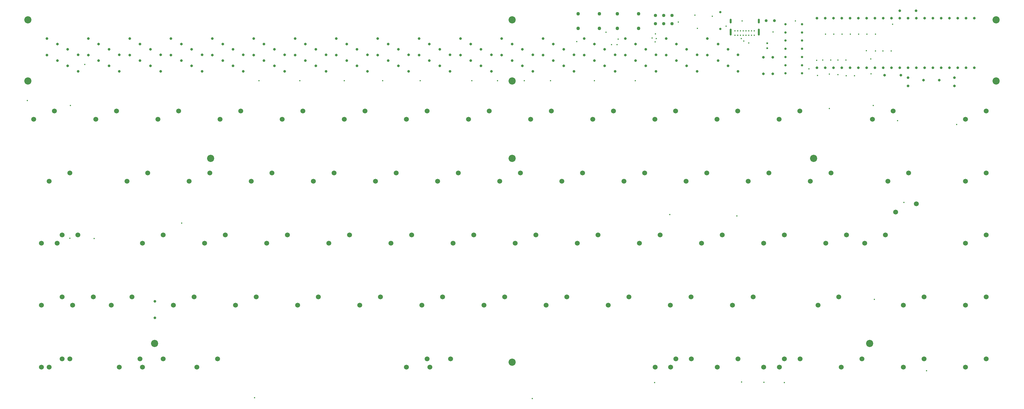
<source format=gbr>
%TF.GenerationSoftware,KiCad,Pcbnew,8.0.2*%
%TF.CreationDate,2024-05-27T21:53:32-04:00*%
%TF.ProjectId,discipline-pcb,64697363-6970-46c6-996e-652d7063622e,1.0*%
%TF.SameCoordinates,Original*%
%TF.FileFunction,Plated,1,2,PTH,Mixed*%
%TF.FilePolarity,Positive*%
%FSLAX46Y46*%
G04 Gerber Fmt 4.6, Leading zero omitted, Abs format (unit mm)*
G04 Created by KiCad (PCBNEW 8.0.2) date 2024-05-27 21:53:32*
%MOMM*%
%LPD*%
G01*
G04 APERTURE LIST*
%TA.AperFunction,ViaDrill*%
%ADD10C,0.400000*%
%TD*%
%TA.AperFunction,ComponentDrill*%
%ADD11C,0.400000*%
%TD*%
G04 aperture for slot hole*
%TA.AperFunction,ComponentDrill*%
%ADD12C,0.600000*%
%TD*%
%TA.AperFunction,ComponentDrill*%
%ADD13C,0.600000*%
%TD*%
%TA.AperFunction,ComponentDrill*%
%ADD14C,0.700000*%
%TD*%
%TA.AperFunction,ComponentDrill*%
%ADD15C,0.800000*%
%TD*%
%TA.AperFunction,ComponentDrill*%
%ADD16C,0.900000*%
%TD*%
%TA.AperFunction,ComponentDrill*%
%ADD17C,1.016000*%
%TD*%
%TA.AperFunction,ComponentDrill*%
%ADD18C,1.100000*%
%TD*%
%TA.AperFunction,ComponentDrill*%
%ADD19C,1.500000*%
%TD*%
%TA.AperFunction,ComponentDrill*%
%ADD20C,2.200000*%
%TD*%
G04 APERTURE END LIST*
D10*
X57598608Y-86468030D03*
X70586600Y-128854200D03*
X70815200Y-88036400D03*
X75184000Y-75438000D03*
X78028800Y-128879600D03*
X104895702Y-124176220D03*
X127275644Y-177842586D03*
X128574800Y-80385920D03*
X141178280Y-80385920D03*
X154792680Y-80385920D03*
X166517320Y-80385920D03*
X178023520Y-80385920D03*
X193883280Y-80385920D03*
X201787760Y-80385920D03*
X209986880Y-80385920D03*
X212438410Y-178122554D03*
X218048840Y-80385920D03*
X226085400Y-68366640D03*
X231505760Y-80385920D03*
X235045826Y-65487928D03*
X236725634Y-69327582D03*
X238455200Y-69336920D03*
X238720406Y-67640182D03*
X244002560Y-80385920D03*
X249202787Y-67247085D03*
X249954122Y-173205616D03*
X250080466Y-68467729D03*
X250199094Y-66012868D03*
X250461158Y-67472794D03*
X254608590Y-121534022D03*
X257249287Y-62351160D03*
X262302584Y-60237471D03*
X263037486Y-64331925D03*
X267650388Y-60605986D03*
X271849908Y-63633140D03*
X275168740Y-121971472D03*
X276534836Y-67473316D03*
X276603576Y-172995640D03*
X276813552Y-62031022D03*
X277266951Y-68198326D03*
X278825616Y-68797705D03*
X283427796Y-173083130D03*
X286239392Y-65381785D03*
X289709578Y-173223114D03*
X293116000Y-62026800D03*
X297261280Y-76738480D03*
X299664120Y-74122280D03*
X299928280Y-78745080D03*
X301493431Y-74046080D03*
X302302250Y-66116687D03*
X303515500Y-88952746D03*
X303565560Y-78348840D03*
X303966880Y-74046080D03*
X304856909Y-66116687D03*
X306110640Y-74046080D03*
X306130960Y-78567280D03*
X307411568Y-66116687D03*
X308645560Y-74046080D03*
X308650640Y-78831440D03*
X309966227Y-66116687D03*
X311195720Y-78831440D03*
X312520886Y-66116687D03*
X314871702Y-71192276D03*
X315075545Y-66116687D03*
X316265388Y-73704406D03*
X316289040Y-78243970D03*
X316988960Y-87990356D03*
X317286426Y-147658536D03*
X317630206Y-66116687D03*
X317630206Y-71261001D03*
X319939898Y-71261001D03*
X322459562Y-71261001D03*
X322885786Y-63003212D03*
X324443108Y-92679820D03*
X326390000Y-117830600D03*
X333332092Y-169513538D03*
X342571036Y-93839906D03*
D11*
%TO.C,USB1*%
X274568468Y-65066022D03*
X274573468Y-66391022D03*
X275418468Y-65066022D03*
X275423468Y-66391022D03*
X276268468Y-65066022D03*
X276273468Y-66391022D03*
X277118468Y-65066022D03*
X277123468Y-66391022D03*
X277968468Y-65066022D03*
X277973468Y-66391022D03*
X278818468Y-65066022D03*
X278823468Y-66391022D03*
X279668468Y-65066022D03*
X279673468Y-66391022D03*
X280523468Y-65066022D03*
X280523468Y-66391022D03*
D12*
X273223468Y-61631022D02*
X273223468Y-62431022D01*
X273223468Y-64661022D02*
X273223468Y-66161022D01*
X281873468Y-61631022D02*
X281873468Y-62431022D01*
X281873468Y-64661022D02*
X281873468Y-66161022D01*
D13*
%TO.C,C3*%
X284477676Y-68904866D03*
X284477676Y-70404866D03*
D14*
%TO.C,F1*%
X270047614Y-59350838D03*
X270047614Y-64450838D03*
%TO.C,R7*%
X290026316Y-63073204D03*
%TO.C,R6*%
X290026316Y-65567034D03*
%TO.C,R2*%
X290026316Y-68060499D03*
%TO.C,R1*%
X290026316Y-70580211D03*
%TO.C,R3*%
X290026316Y-73152052D03*
%TO.C,R4*%
X290026316Y-75645517D03*
%TO.C,R5*%
X290026316Y-78138982D03*
%TO.C,R7*%
X295106316Y-63073204D03*
%TO.C,R6*%
X295106316Y-65567034D03*
%TO.C,R2*%
X295106316Y-68060499D03*
%TO.C,R1*%
X295106316Y-70580211D03*
%TO.C,R3*%
X295106316Y-73152052D03*
%TO.C,R4*%
X295106316Y-75645517D03*
%TO.C,R5*%
X295106316Y-78138982D03*
D15*
%TO.C,D1*%
X63600284Y-67475612D03*
X63600284Y-72555612D03*
%TO.C,D16*%
X66769747Y-69129141D03*
X66769747Y-74209141D03*
%TO.C,D31*%
X69939210Y-70782670D03*
X69939210Y-75862670D03*
%TO.C,D45*%
X73108673Y-72436199D03*
X73108673Y-77516199D03*
%TO.C,D60*%
X76278136Y-67475612D03*
X76278136Y-72555612D03*
%TO.C,D32*%
X79447599Y-69129141D03*
X79447599Y-74209141D03*
%TO.C,D17*%
X82617062Y-70782670D03*
X82617062Y-75862670D03*
%TO.C,D2*%
X85786525Y-72436199D03*
X85786525Y-77516199D03*
%TO.C,D3*%
X88955988Y-67475612D03*
X88955988Y-72555612D03*
%TO.C,D18*%
X92125451Y-69129141D03*
X92125451Y-74209141D03*
%TO.C,D33*%
X95294914Y-70782670D03*
X95294914Y-75862670D03*
%TO.C,D71*%
X96678750Y-148234400D03*
X96678750Y-153314400D03*
%TO.C,D46*%
X98464377Y-72436199D03*
X98464377Y-77516199D03*
%TO.C,D4*%
X101633840Y-67475612D03*
X101633840Y-72555612D03*
%TO.C,D19*%
X104803303Y-69129141D03*
X104803303Y-74209141D03*
%TO.C,D34*%
X107972766Y-70782670D03*
X107972766Y-75862670D03*
%TO.C,D47*%
X111142229Y-72436199D03*
X111142229Y-77516199D03*
%TO.C,D5*%
X114311692Y-67475612D03*
X114311692Y-72555612D03*
%TO.C,D20*%
X117481155Y-69129141D03*
X117481155Y-74209141D03*
%TO.C,D35*%
X120650618Y-70782670D03*
X120650618Y-75862670D03*
%TO.C,D48*%
X123820081Y-72436199D03*
X123820081Y-77516199D03*
%TO.C,D6*%
X126989544Y-67475612D03*
X126989544Y-72555612D03*
%TO.C,D21*%
X130159007Y-69129141D03*
X130159007Y-74209141D03*
%TO.C,D36*%
X133328470Y-70782670D03*
X133328470Y-75862670D03*
%TO.C,D49*%
X136497933Y-72436199D03*
X136497933Y-77516199D03*
%TO.C,D7*%
X139667396Y-67475612D03*
X139667396Y-72555612D03*
%TO.C,D22*%
X142836859Y-69129141D03*
X142836859Y-74209141D03*
%TO.C,D37*%
X146006322Y-70782670D03*
X146006322Y-75862670D03*
%TO.C,D50*%
X149175785Y-72436199D03*
X149175785Y-77516199D03*
%TO.C,D8*%
X152345248Y-67475612D03*
X152345248Y-72555612D03*
%TO.C,D23*%
X155514711Y-69129141D03*
X155514711Y-74209141D03*
%TO.C,D38*%
X158684174Y-70782670D03*
X158684174Y-75862670D03*
%TO.C,D51*%
X161853637Y-72436199D03*
X161853637Y-77516199D03*
%TO.C,D9*%
X165023100Y-67475612D03*
X165023100Y-72555612D03*
%TO.C,D24*%
X168192563Y-69129141D03*
X168192563Y-74209141D03*
%TO.C,D39*%
X171362026Y-70782670D03*
X171362026Y-75862670D03*
%TO.C,D52*%
X174531489Y-72436199D03*
X174531489Y-77516199D03*
%TO.C,D10*%
X177700952Y-67475612D03*
X177700952Y-72555612D03*
%TO.C,D25*%
X180870415Y-69129141D03*
X180870415Y-74209141D03*
%TO.C,D40*%
X184039878Y-70782670D03*
X184039878Y-75862670D03*
%TO.C,D53*%
X187209341Y-72436199D03*
X187209341Y-77516199D03*
%TO.C,D11*%
X190378804Y-67475612D03*
X190378804Y-72555612D03*
%TO.C,D26*%
X193548267Y-69129141D03*
X193548267Y-74209141D03*
%TO.C,D41*%
X196717730Y-70782670D03*
X196717730Y-75862670D03*
%TO.C,D54*%
X199887193Y-72436199D03*
X199887193Y-77516199D03*
%TO.C,D12*%
X203056656Y-67475612D03*
X203056656Y-72555612D03*
%TO.C,D27*%
X206226119Y-69129141D03*
X206226119Y-74209141D03*
%TO.C,D42*%
X209395582Y-70782670D03*
X209395582Y-75862670D03*
%TO.C,D55*%
X212565045Y-72436199D03*
X212565045Y-77516199D03*
%TO.C,D13*%
X215734508Y-67475612D03*
X215734508Y-72555612D03*
%TO.C,D28*%
X218886475Y-69129141D03*
X218886475Y-74209141D03*
%TO.C,D56*%
X222038442Y-70782670D03*
X222038442Y-75862670D03*
%TO.C,D64*%
X225190409Y-72436199D03*
X225190409Y-77516199D03*
%TO.C,D14*%
X228342376Y-67475612D03*
X228342376Y-72555612D03*
%TO.C,D29*%
X231493149Y-69129141D03*
X231493149Y-74209141D03*
%TO.C,D43*%
X234643922Y-70782670D03*
X234643922Y-75862670D03*
%TO.C,D57*%
X237794695Y-72436199D03*
X237794695Y-77516199D03*
%TO.C,D66*%
X240945468Y-67475612D03*
X240945468Y-72555612D03*
%TO.C,D65*%
X244096241Y-69129141D03*
X244096241Y-74209141D03*
%TO.C,D68*%
X247184965Y-70782670D03*
X247184965Y-75862670D03*
%TO.C,D63*%
X250335738Y-72436199D03*
X250335738Y-77516199D03*
%TO.C,D62*%
X253486511Y-67475612D03*
X253486511Y-72555612D03*
%TO.C,D61*%
X256637284Y-69129141D03*
X256637284Y-74209141D03*
%TO.C,D59*%
X259788058Y-70782670D03*
X259788058Y-75862670D03*
%TO.C,D67*%
X262938832Y-72436199D03*
X262938832Y-77516199D03*
%TO.C,D58*%
X266089606Y-67475612D03*
X266089606Y-72555612D03*
%TO.C,D44*%
X269364481Y-69129141D03*
X269364481Y-74209141D03*
%TO.C,D30*%
X272453205Y-70782670D03*
X272453205Y-75862670D03*
%TO.C,D15*%
X275541929Y-72436199D03*
X275541929Y-77516199D03*
%TO.C,D70*%
X283305310Y-73162196D03*
X283305310Y-78242196D03*
%TO.C,D69*%
X286174982Y-73162196D03*
X286174982Y-78242196D03*
%TO.C,U1*%
X299753430Y-61149182D03*
X299753430Y-76389182D03*
X302293430Y-61149182D03*
X302293430Y-76389182D03*
X304833430Y-61149182D03*
X304833430Y-76389182D03*
X307373430Y-61149182D03*
X307373430Y-76389182D03*
X309913430Y-61149182D03*
X309913430Y-76389182D03*
X312453430Y-61149182D03*
X312453430Y-76389182D03*
X314993430Y-61149182D03*
X314993430Y-76389182D03*
X317533430Y-61149182D03*
X317533430Y-76389182D03*
X320073430Y-61149182D03*
X320073430Y-76389182D03*
%TO.C,C5*%
X320471062Y-78716416D03*
%TO.C,U1*%
X322613430Y-61149182D03*
X322613430Y-76389182D03*
%TO.C,C4*%
X325125530Y-58926178D03*
%TO.C,U1*%
X325153430Y-61149182D03*
X325153430Y-76389182D03*
%TO.C,C5*%
X325471062Y-78716416D03*
%TO.C,C2*%
X327680238Y-79506040D03*
X327680238Y-82006040D03*
%TO.C,U1*%
X327693430Y-61149182D03*
X327693430Y-76389182D03*
%TO.C,C4*%
X330125530Y-58926178D03*
%TO.C,U1*%
X330233430Y-61149182D03*
X330233430Y-76389182D03*
%TO.C,Y1*%
X332371644Y-80256240D03*
%TO.C,U1*%
X332773430Y-61149182D03*
X332773430Y-76389182D03*
X335313430Y-61149182D03*
X335313430Y-76389182D03*
%TO.C,Y1*%
X337251644Y-80256240D03*
%TO.C,U1*%
X337853430Y-61149182D03*
X337853430Y-76389182D03*
X340393430Y-61149182D03*
X340393430Y-76389182D03*
%TO.C,C1*%
X341906112Y-79506040D03*
X341906112Y-82006040D03*
%TO.C,U1*%
X342933430Y-61149182D03*
X342933430Y-76389182D03*
X345473430Y-61149182D03*
X345473430Y-76389182D03*
X348013430Y-61149182D03*
X348013430Y-76389182D03*
D16*
%TO.C,LED1*%
X284127716Y-61970830D03*
X286667716Y-61970830D03*
D17*
%TO.C,J1*%
X250213830Y-60350870D03*
X250213830Y-62890870D03*
X252753830Y-60350870D03*
X252753830Y-62890870D03*
X255293830Y-60350870D03*
X255293830Y-62890870D03*
D18*
%TO.C,RESET1*%
X226485732Y-59836074D03*
X226485732Y-64336074D03*
X232985732Y-59836074D03*
X232985732Y-64336074D03*
%TO.C,BOOT1*%
X238485732Y-59836074D03*
X238485732Y-64336074D03*
X244985732Y-59836074D03*
X244985732Y-64336074D03*
D19*
%TO.C,SW1*%
X59531250Y-92233750D03*
%TO.C,SW59*%
X61912450Y-168423620D03*
%TO.C,SW69*%
X61912500Y-130323620D03*
%TO.C,SW78*%
X61912500Y-149383750D03*
%TO.C,SW70*%
X64293700Y-168423620D03*
%TO.C,SW16*%
X64293750Y-111283750D03*
%TO.C,SW1*%
X65881250Y-89693750D03*
%TO.C,SW31*%
X66675050Y-130323620D03*
%TO.C,SW59*%
X68262450Y-165883620D03*
%TO.C,SW69*%
X68262500Y-127783620D03*
%TO.C,SW78*%
X68262500Y-146843750D03*
%TO.C,SW70*%
X70643700Y-165883620D03*
%TO.C,SW16*%
X70643750Y-108743750D03*
%TO.C,SW45*%
X71437450Y-149383750D03*
%TO.C,SW31*%
X73025050Y-127783620D03*
%TO.C,SW45*%
X77787450Y-146843750D03*
%TO.C,SW2*%
X78581250Y-92233750D03*
%TO.C,SW75*%
X83343750Y-149383750D03*
%TO.C,SW2*%
X84931250Y-89693750D03*
%TO.C,SW60*%
X85725050Y-168433750D03*
%TO.C,SW17*%
X88106250Y-111283750D03*
%TO.C,SW75*%
X89693750Y-146843750D03*
%TO.C,SW60*%
X92075050Y-165893750D03*
%TO.C,SW32*%
X92868750Y-130333750D03*
%TO.C,SW71*%
X92893031Y-168429819D03*
%TO.C,SW17*%
X94456250Y-108743750D03*
%TO.C,SW3*%
X97631250Y-92233750D03*
%TO.C,SW32*%
X99218750Y-127793750D03*
%TO.C,SW71*%
X99243031Y-165889819D03*
%TO.C,SW46*%
X102393750Y-149383750D03*
%TO.C,SW3*%
X103981250Y-89693750D03*
%TO.C,SW18*%
X107156250Y-111283750D03*
%TO.C,SW46*%
X108743750Y-146843750D03*
%TO.C,SW61*%
X109537450Y-168423620D03*
%TO.C,SW33*%
X111918750Y-130333750D03*
%TO.C,SW18*%
X113506250Y-108743750D03*
%TO.C,SW61*%
X115887450Y-165883620D03*
%TO.C,SW4*%
X116681250Y-92233750D03*
%TO.C,SW33*%
X118268750Y-127793750D03*
%TO.C,SW47*%
X121443750Y-149383750D03*
%TO.C,SW4*%
X123031250Y-89693750D03*
%TO.C,SW19*%
X126206250Y-111283750D03*
%TO.C,SW47*%
X127793750Y-146843750D03*
%TO.C,SW34*%
X130968750Y-130333750D03*
%TO.C,SW19*%
X132556250Y-108743750D03*
%TO.C,SW5*%
X135731250Y-92233750D03*
%TO.C,SW34*%
X137318750Y-127793750D03*
%TO.C,SW48*%
X140493750Y-149383750D03*
%TO.C,SW5*%
X142081250Y-89693750D03*
%TO.C,SW20*%
X145256250Y-111283750D03*
%TO.C,SW48*%
X146843750Y-146843750D03*
%TO.C,SW35*%
X150018250Y-130333750D03*
%TO.C,SW20*%
X151606250Y-108743750D03*
%TO.C,SW6*%
X154781250Y-92233750D03*
%TO.C,SW35*%
X156368250Y-127793750D03*
%TO.C,SW49*%
X159544250Y-149383750D03*
%TO.C,SW6*%
X161131250Y-89693750D03*
%TO.C,SW21*%
X164306250Y-111283750D03*
%TO.C,SW49*%
X165894250Y-146843750D03*
%TO.C,SW36*%
X169068250Y-130333750D03*
%TO.C,SW21*%
X170656250Y-108743750D03*
%TO.C,SW7*%
X173831250Y-92233750D03*
%TO.C,SW72*%
X173857573Y-168441640D03*
%TO.C,SW36*%
X175418250Y-127793750D03*
%TO.C,SW50*%
X178594250Y-149383750D03*
%TO.C,SW7*%
X180181250Y-89693750D03*
%TO.C,SW72*%
X180207573Y-165901640D03*
%TO.C,SW62*%
X180975250Y-168433750D03*
%TO.C,SW22*%
X183356250Y-111283750D03*
%TO.C,SW50*%
X184944250Y-146843750D03*
%TO.C,SW62*%
X187325250Y-165893750D03*
%TO.C,SW37*%
X188118250Y-130333750D03*
%TO.C,SW22*%
X189706250Y-108743750D03*
%TO.C,SW8*%
X192881250Y-92233750D03*
%TO.C,SW37*%
X194468250Y-127793750D03*
%TO.C,SW51*%
X197644250Y-149383750D03*
%TO.C,SW8*%
X199231250Y-89693750D03*
%TO.C,SW23*%
X202406250Y-111283750D03*
%TO.C,SW51*%
X203994250Y-146843750D03*
%TO.C,SW38*%
X207168250Y-130333750D03*
%TO.C,SW23*%
X208756250Y-108743750D03*
%TO.C,SW9*%
X211931250Y-92233750D03*
%TO.C,SW38*%
X213518250Y-127793750D03*
%TO.C,SW52*%
X216694250Y-149383750D03*
%TO.C,SW9*%
X218281250Y-89693750D03*
%TO.C,SW24*%
X221456250Y-111283750D03*
%TO.C,SW52*%
X223044250Y-146843750D03*
%TO.C,SW39*%
X226218250Y-130333750D03*
%TO.C,SW24*%
X227806250Y-108743750D03*
%TO.C,SW10*%
X230981250Y-92233750D03*
%TO.C,SW39*%
X232568250Y-127793750D03*
%TO.C,SW53*%
X235744250Y-149383750D03*
%TO.C,SW10*%
X237331250Y-89693750D03*
%TO.C,SW25*%
X240506250Y-111283750D03*
%TO.C,SW53*%
X242094250Y-146843750D03*
%TO.C,SW40*%
X245268250Y-130333750D03*
%TO.C,SW25*%
X246856250Y-108743750D03*
%TO.C,SW11*%
X250031250Y-92233750D03*
%TO.C,SW63*%
X250060884Y-168423620D03*
%TO.C,SW40*%
X251618250Y-127793750D03*
%TO.C,SW54*%
X254794250Y-149383750D03*
%TO.C,SW73*%
X254833936Y-168433750D03*
%TO.C,SW11*%
X256381250Y-89693750D03*
%TO.C,SW63*%
X256410884Y-165883620D03*
%TO.C,SW26*%
X259556250Y-111283750D03*
%TO.C,SW54*%
X261144250Y-146843750D03*
%TO.C,SW73*%
X261183936Y-165893750D03*
%TO.C,SW41*%
X264318250Y-130333750D03*
%TO.C,SW26*%
X265906250Y-108743750D03*
%TO.C,SW12*%
X269081250Y-92233750D03*
%TO.C,SW64*%
X269116206Y-168433750D03*
%TO.C,SW41*%
X270668250Y-127793750D03*
%TO.C,SW55*%
X273844250Y-149383750D03*
%TO.C,SW12*%
X275431250Y-89693750D03*
%TO.C,SW64*%
X275466206Y-165893750D03*
%TO.C,SW27*%
X278606250Y-111283750D03*
%TO.C,SW55*%
X280194250Y-146843750D03*
%TO.C,SW42*%
X283368250Y-130333750D03*
%TO.C,SW74*%
X283390128Y-168433750D03*
%TO.C,SW27*%
X284956250Y-108743750D03*
%TO.C,SW13*%
X288131250Y-92233750D03*
%TO.C,SW68*%
X288171528Y-168423620D03*
%TO.C,SW42*%
X289718250Y-127793750D03*
%TO.C,SW74*%
X289740128Y-165893750D03*
%TO.C,SW13*%
X294481250Y-89693750D03*
%TO.C,SW68*%
X294521528Y-165883620D03*
%TO.C,SW28*%
X297656250Y-111283750D03*
%TO.C,SW56*%
X300037250Y-149383750D03*
%TO.C,SW77*%
X302418750Y-130333750D03*
%TO.C,SW28*%
X304006250Y-108743750D03*
%TO.C,SW56*%
X306387250Y-146843750D03*
%TO.C,SW65*%
X307181250Y-168433750D03*
%TO.C,SW77*%
X308768750Y-127793750D03*
%TO.C,SW65*%
X313531250Y-165893750D03*
%TO.C,SW43*%
X314325250Y-130333750D03*
%TO.C,SW14*%
X316706250Y-92233750D03*
%TO.C,SW43*%
X320675250Y-127793750D03*
%TO.C,SW29*%
X321468250Y-111283750D03*
%TO.C,SW14*%
X323056250Y-89693750D03*
%TO.C,SW76*%
X323850000Y-120808750D03*
%TO.C,SW57*%
X326231250Y-149383750D03*
%TO.C,SW66*%
X326231250Y-168433750D03*
%TO.C,SW29*%
X327818250Y-108743750D03*
%TO.C,SW76*%
X330200000Y-118268750D03*
%TO.C,SW57*%
X332581250Y-146843750D03*
%TO.C,SW66*%
X332581250Y-165893750D03*
%TO.C,SW15*%
X345281250Y-92233750D03*
%TO.C,SW30*%
X345281250Y-111283750D03*
%TO.C,SW44*%
X345281250Y-130333750D03*
%TO.C,SW58*%
X345281250Y-149383750D03*
%TO.C,SW67*%
X345281250Y-168433750D03*
%TO.C,SW15*%
X351631250Y-89693750D03*
%TO.C,SW30*%
X351631250Y-108743750D03*
%TO.C,SW44*%
X351631250Y-127793750D03*
%TO.C,SW58*%
X351631250Y-146843750D03*
%TO.C,SW67*%
X351631250Y-165893750D03*
D20*
%TO.C,REF\u002A\u002A*%
X57766382Y-61694750D03*
X57766382Y-80444750D03*
X96565888Y-161146960D03*
X113754723Y-104302994D03*
X206213345Y-61694750D03*
X206213345Y-80444750D03*
X206213345Y-104302994D03*
X206213345Y-166958110D03*
X298671968Y-104302994D03*
X315860803Y-161146960D03*
X354660309Y-61694750D03*
X354660309Y-80444750D03*
M02*

</source>
